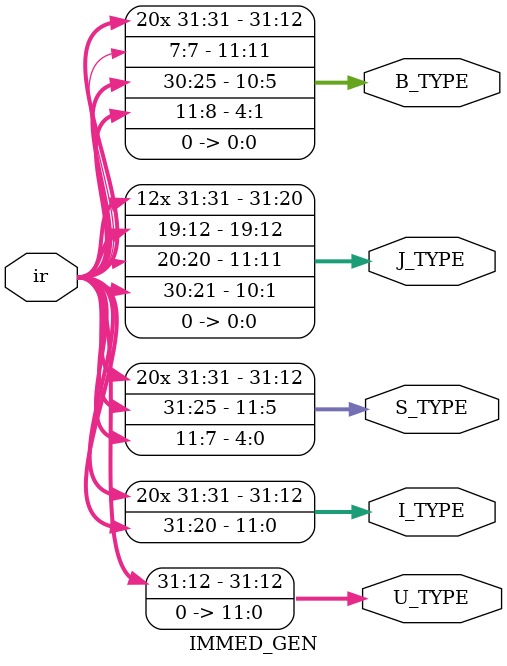
<source format=v>
`timescale 1ns / 1ps


module IMMED_GEN(
    input [31:0] ir,
    output [31:0] U_TYPE,
    output [31:0] I_TYPE,
    output [31:0] S_TYPE,
    output [31:0] J_TYPE,
    output [31:0] B_TYPE
    );
    
    assign U_TYPE = {ir[31:12], {12{1'b0}}};
    assign I_TYPE = {{21{ir[31]}}, ir[30:25], ir[24:20]};
    assign S_TYPE = {{21{ir[31]}}, ir[30:25], ir[11:7]};
    assign J_TYPE = {{12{ir[31]}}, ir[19:12], ir[20], ir[30:21], 1'b0};
    assign B_TYPE = {{20{ir[31]}}, ir[7], ir[30:25], ir[11:8], 1'b0};
    
endmodule

</source>
